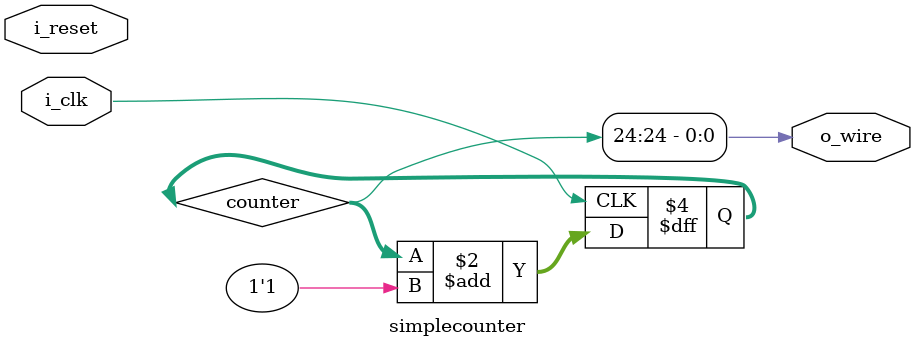
<source format=v>
module simplecounter(
    input wire i_clk,
    input wire i_reset,
    output wire o_wire
);

reg [31:0] counter;

initial begin
    counter = 0;
end


    always @(posedge i_clk) begin
        counter <= counter + 1'b1;
    end

assign o_wire =counter[24];

endmodule
</source>
